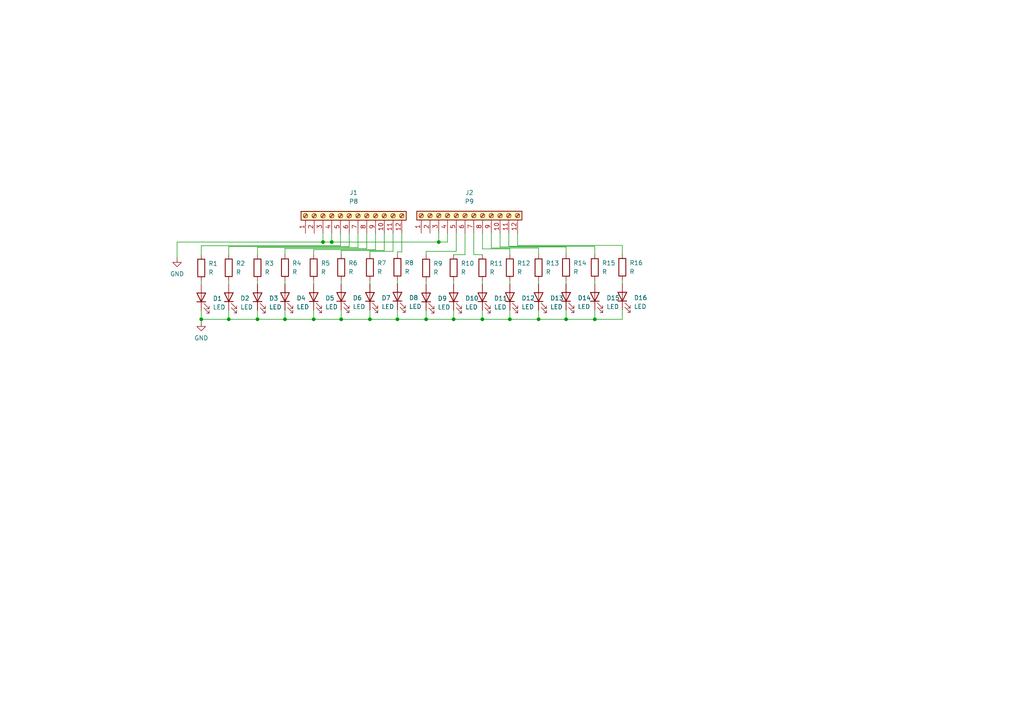
<source format=kicad_sch>
(kicad_sch (version 20211123) (generator eeschema)
  (paper "A4")
  (lib_symbols
    (symbol "Connector:Screw_Terminal_01x12" (pin_names (offset 1.016) hide)
      (property "Reference" "J" (at 0 15.24 0))
      (property "Value" "Screw_Terminal_01x12" (at 0 -17.78 0))
      (symbol "Screw_Terminal_01x12_1_1"
        (rectangle (start -1.27 13.97) (end 1.27 -16.51) (stroke (width 0.254)) (fill (type background)))
        (circle (center 0 -15.24) (radius 0.635) (stroke (width 0.1524)))
        (circle (center 0 -12.7) (radius 0.635) (stroke (width 0.1524)))
        (circle (center 0 -10.16) (radius 0.635) (stroke (width 0.1524)))
        (circle (center 0 -7.62) (radius 0.635) (stroke (width 0.1524)))
        (circle (center 0 -5.08) (radius 0.635) (stroke (width 0.1524)))
        (circle (center 0 -2.54) (radius 0.635) (stroke (width 0.1524)))
        (polyline (pts (xy -0.5334 -14.9098) (xy 0.3302 -15.748)) (stroke (width 0.1524)))
        (polyline (pts (xy -0.5334 -12.3698) (xy 0.3302 -13.208)) (stroke (width 0.1524)))
        (polyline (pts (xy -0.5334 -9.8298) (xy 0.3302 -10.668)) (stroke (width 0.1524)))
        (polyline (pts (xy -0.5334 -7.2898) (xy 0.3302 -8.128)) (stroke (width 0.1524)))
        (polyline (pts (xy -0.5334 -4.7498) (xy 0.3302 -5.588)) (stroke (width 0.1524)))
        (polyline (pts (xy -0.5334 -2.2098) (xy 0.3302 -3.048)) (stroke (width 0.1524)))
        (polyline (pts (xy -0.5334 0.3302) (xy 0.3302 -0.508)) (stroke (width 0.1524)))
        (polyline (pts (xy -0.5334 2.8702) (xy 0.3302 2.032)) (stroke (width 0.1524)))
        (polyline (pts (xy -0.5334 5.4102) (xy 0.3302 4.572)) (stroke (width 0.1524)))
        (polyline (pts (xy -0.5334 7.9502) (xy 0.3302 7.112)) (stroke (width 0.1524)))
        (polyline (pts (xy -0.5334 10.4902) (xy 0.3302 9.652)) (stroke (width 0.1524)))
        (polyline (pts (xy -0.5334 13.0302) (xy 0.3302 12.192)) (stroke (width 0.1524)))
        (polyline (pts (xy -0.3556 -14.732) (xy 0.508 -15.5702)) (stroke (width 0.1524)))
        (polyline (pts (xy -0.3556 -12.192) (xy 0.508 -13.0302)) (stroke (width 0.1524)))
        (polyline (pts (xy -0.3556 -9.652) (xy 0.508 -10.4902)) (stroke (width 0.1524)))
        (polyline (pts (xy -0.3556 -7.112) (xy 0.508 -7.9502)) (stroke (width 0.1524)))
        (polyline (pts (xy -0.3556 -4.572) (xy 0.508 -5.4102)) (stroke (width 0.1524)))
        (polyline (pts (xy -0.3556 -2.032) (xy 0.508 -2.8702)) (stroke (width 0.1524)))
        (polyline (pts (xy -0.3556 0.508) (xy 0.508 -0.3302)) (stroke (width 0.1524)))
        (polyline (pts (xy -0.3556 3.048) (xy 0.508 2.2098)) (stroke (width 0.1524)))
        (polyline (pts (xy -0.3556 5.588) (xy 0.508 4.7498)) (stroke (width 0.1524)))
        (polyline (pts (xy -0.3556 8.128) (xy 0.508 7.2898)) (stroke (width 0.1524)))
        (polyline (pts (xy -0.3556 10.668) (xy 0.508 9.8298)) (stroke (width 0.1524)))
        (polyline (pts (xy -0.3556 13.208) (xy 0.508 12.3698)) (stroke (width 0.1524)))
        (circle (center 0 0) (radius 0.635) (stroke (width 0.1524)))
        (circle (center 0 2.54) (radius 0.635) (stroke (width 0.1524)))
        (circle (center 0 5.08) (radius 0.635) (stroke (width 0.1524)))
        (circle (center 0 7.62) (radius 0.635) (stroke (width 0.1524)))
        (circle (center 0 10.16) (radius 0.635) (stroke (width 0.1524)))
        (circle (center 0 12.7) (radius 0.635) (stroke (width 0.1524)))
        (pin passive line (at -5.08 12.7 0) (length 3.81) (name "Pin_1") (number "1"))
        (pin passive line (at -5.08 -10.16 0) (length 3.81) (name "Pin_10") (number "10"))
        (pin passive line (at -5.08 -12.7 0) (length 3.81) (name "Pin_11") (number "11"))
        (pin passive line (at -5.08 -15.24 0) (length 3.81) (name "Pin_12") (number "12"))
        (pin passive line (at -5.08 10.16 0) (length 3.81) (name "Pin_2") (number "2"))
        (pin passive line (at -5.08 7.62 0) (length 3.81) (name "Pin_3") (number "3"))
        (pin passive line (at -5.08 5.08 0) (length 3.81) (name "Pin_4") (number "4"))
        (pin passive line (at -5.08 2.54 0) (length 3.81) (name "Pin_5") (number "5"))
        (pin passive line (at -5.08 0 0) (length 3.81) (name "Pin_6") (number "6"))
        (pin passive line (at -5.08 -2.54 0) (length 3.81) (name "Pin_7") (number "7"))
        (pin passive line (at -5.08 -5.08 0) (length 3.81) (name "Pin_8") (number "8"))
        (pin passive line (at -5.08 -7.62 0) (length 3.81) (name "Pin_9") (number "9"))
      )
    )
    (symbol "Device:LED" (pin_numbers hide) (pin_names (offset 1.016) hide)
      (property "Reference" "D" (at 0 2.54 0))
      (property "Value" "LED" (at 0 -2.54 0))
      (symbol "LED_0_1"
        (polyline (pts (xy -1.27 -1.27) (xy -1.27 1.27)) (stroke (width 0.254)))
        (polyline (pts (xy -1.27 0) (xy 1.27 0)))
        (polyline (pts (xy 1.27 -1.27) (xy 1.27 1.27) (xy -1.27 0) (xy 1.27 -1.27)) (stroke (width 0.254)))
        (polyline (pts (xy -3.048 -0.762) (xy -4.572 -2.286) (xy -3.81 -2.286) (xy -4.572 -2.286) (xy -4.572 -1.524)))
        (polyline (pts (xy -1.778 -0.762) (xy -3.302 -2.286) (xy -2.54 -2.286) (xy -3.302 -2.286) (xy -3.302 -1.524)))
      )
      (symbol "LED_1_1"
        (pin passive line (at -3.81 0 0) (length 2.54) (name "K") (number "1"))
        (pin passive line (at 3.81 0 180) (length 2.54) (name "A") (number "2"))
      )
    )
    (symbol "Device:R" (pin_numbers hide) (pin_names (offset 0))
      (property "Reference" "R" (at 2.032 0 90))
      (property "Value" "R" (at 0 0 90))
      (symbol "R_0_1"
        (rectangle (start -1.016 -2.54) (end 1.016 2.54) (stroke (width 0.254)))
      )
      (symbol "R_1_1"
        (pin passive line (at 0 3.81 270) (length 1.27) (name "~") (number "1"))
        (pin passive line (at 0 -3.81 90) (length 1.27) (name "~") (number "2"))
      )
    )
    (symbol "power:GND" (power) (pin_names (offset 0))
      (property "Value" "GND" (at 0 -3.81 0))
      (symbol "GND_0_1"
        (polyline (pts (xy 0 0) (xy 0 -1.27) (xy 1.27 -1.27) (xy 0 -2.54) (xy -1.27 -1.27) (xy 0 -1.27)))
      )
      (symbol "GND_1_1"
        (pin power_in line (at 0 0 270) (length 0) hide (name "GND") (number "1"))
      )
    )
  )
  (junction (at 74.676 92.6084))
  (junction (at 82.6516 92.6084))
  (junction (at 115.2652 92.6084))
  (junction (at 131.572 92.6084))
  (junction (at 107.2896 92.6084))
  (junction (at 58.3692 92.6084))
  (junction (at 156.21 92.6084))
  (junction (at 90.9828 92.6084))
  (junction (at 139.9032 92.6084))
  (junction (at 98.9584 92.6084))
  (junction (at 147.8788 92.6084))
  (junction (at 93.6752 70.2056))
  (junction (at 164.1856 92.6084))
  (junction (at 66.3448 92.6084))
  (junction (at 96.2152 70.2056))
  (junction (at 127.254 70.2056))
  (junction (at 172.5168 92.6084))
  (junction (at 123.5964 92.6084))
  (wire (pts (xy 137.414 67.6148) (xy 137.414 73.8632)))
  (wire (pts (xy 98.9584 89.916) (xy 98.9584 92.6084)))
  (wire (pts (xy 113.9952 72.898) (xy 107.2896 72.898)))
  (wire (pts (xy 172.5168 89.916) (xy 172.5168 92.6084)))
  (wire (pts (xy 172.5168 81.3816) (xy 172.5168 82.296)))
  (wire (pts (xy 147.8788 92.6084) (xy 139.9032 92.6084)))
  (wire (pts (xy 164.1856 71.628) (xy 164.1856 73.7616)))
  (wire (pts (xy 115.2652 92.6084) (xy 107.2896 92.6084)))
  (wire (pts (xy 180.4924 71.1708) (xy 180.4924 73.7108)))
  (wire (pts (xy 142.494 67.6148) (xy 142.494 71.9328)))
  (wire (pts (xy 82.6516 89.9668) (xy 82.6516 92.6084)))
  (wire (pts (xy 139.954 72.1868) (xy 147.8788 72.1868)))
  (wire (pts (xy 164.1856 92.6084) (xy 156.21 92.6084)))
  (wire (pts (xy 180.4924 92.6084) (xy 172.5168 92.6084)))
  (wire (pts (xy 98.7552 71.2724) (xy 58.3692 71.2724)))
  (wire (pts (xy 147.8788 81.4324) (xy 147.8788 82.3468)))
  (wire (pts (xy 66.3448 92.6084) (xy 58.3692 92.6084)))
  (wire (pts (xy 74.676 92.6084) (xy 66.3448 92.6084)))
  (wire (pts (xy 51.3588 70.2056) (xy 93.6752 70.2056)))
  (wire (pts (xy 103.8352 67.6656) (xy 103.8352 71.7804)))
  (wire (pts (xy 147.8788 72.1868) (xy 147.8788 73.8124)))
  (wire (pts (xy 132.334 72.898) (xy 123.5964 72.898)))
  (wire (pts (xy 58.3692 71.2724) (xy 58.3692 73.914)))
  (wire (pts (xy 156.21 81.4324) (xy 156.21 82.3468)))
  (wire (pts (xy 98.9584 92.6084) (xy 90.9828 92.6084)))
  (wire (pts (xy 139.9032 92.6084) (xy 131.572 92.6084)))
  (wire (pts (xy 139.9032 81.4832) (xy 139.9032 82.3976)))
  (wire (pts (xy 131.572 92.6084) (xy 123.5964 92.6084)))
  (wire (pts (xy 93.6752 70.2056) (xy 96.2152 70.2056)))
  (wire (pts (xy 107.2896 81.3816) (xy 107.2896 82.296)))
  (wire (pts (xy 139.9032 90.0176) (xy 139.9032 92.6084)))
  (wire (pts (xy 116.5352 73.0504) (xy 115.2652 73.0504)))
  (wire (pts (xy 156.21 92.6084) (xy 147.8788 92.6084)))
  (wire (pts (xy 123.5964 72.898) (xy 123.5964 73.914)))
  (wire (pts (xy 58.3692 90.0684) (xy 58.3692 92.6084)))
  (wire (pts (xy 115.2652 81.3308) (xy 115.2652 82.2452)))
  (wire (pts (xy 93.6752 67.6656) (xy 93.6752 70.2056)))
  (wire (pts (xy 127.254 70.2056) (xy 96.2152 70.2056)))
  (wire (pts (xy 106.3752 67.6656) (xy 106.3752 72.0852)))
  (wire (pts (xy 90.9828 72.39) (xy 90.9828 73.8124)))
  (wire (pts (xy 123.5964 90.0684) (xy 123.5964 92.6084)))
  (wire (pts (xy 107.2896 92.6084) (xy 98.9584 92.6084)))
  (wire (pts (xy 106.3752 72.0852) (xy 82.6516 72.0852)))
  (wire (pts (xy 142.494 71.9328) (xy 156.21 71.9328)))
  (wire (pts (xy 132.334 67.6148) (xy 132.334 72.898)))
  (wire (pts (xy 131.572 90.0176) (xy 131.572 92.6084)))
  (wire (pts (xy 101.2952 71.5264) (xy 66.3448 71.5264)))
  (wire (pts (xy 74.676 81.4832) (xy 74.676 82.3976)))
  (wire (pts (xy 172.5168 92.6084) (xy 164.1856 92.6084)))
  (wire (pts (xy 131.572 81.4832) (xy 131.572 82.3976)))
  (wire (pts (xy 115.2652 73.0504) (xy 115.2652 73.7108)))
  (wire (pts (xy 180.4924 81.3308) (xy 180.4924 82.2452)))
  (wire (pts (xy 66.3448 90.0176) (xy 66.3448 92.6084)))
  (wire (pts (xy 96.2152 70.2056) (xy 96.2152 67.6656)))
  (wire (pts (xy 58.3692 81.534) (xy 58.3692 82.4484)))
  (wire (pts (xy 66.3448 81.4832) (xy 66.3448 82.3976)))
  (wire (pts (xy 98.7552 67.6656) (xy 98.7552 71.2724)))
  (wire (pts (xy 129.794 70.2056) (xy 127.254 70.2056)))
  (wire (pts (xy 51.3588 74.8284) (xy 51.3588 70.2056)))
  (wire (pts (xy 123.5964 81.534) (xy 123.5964 82.4484)))
  (wire (pts (xy 90.9828 89.9668) (xy 90.9828 92.6084)))
  (wire (pts (xy 98.9584 81.3816) (xy 98.9584 82.296)))
  (wire (pts (xy 147.574 67.6148) (xy 147.574 71.4248)))
  (wire (pts (xy 180.4924 89.8652) (xy 180.4924 92.6084)))
  (wire (pts (xy 134.874 73.8632) (xy 131.572 73.8632)))
  (wire (pts (xy 123.5964 92.6084) (xy 115.2652 92.6084)))
  (wire (pts (xy 58.3692 92.6084) (xy 58.3692 93.4212)))
  (wire (pts (xy 156.21 71.9328) (xy 156.21 73.8124)))
  (wire (pts (xy 108.9152 72.39) (xy 90.9828 72.39)))
  (wire (pts (xy 147.574 71.4248) (xy 172.5168 71.4248)))
  (wire (pts (xy 115.2652 89.8652) (xy 115.2652 92.6084)))
  (wire (pts (xy 150.114 67.6148) (xy 150.114 71.1708)))
  (wire (pts (xy 107.2896 72.898) (xy 107.2896 73.7616)))
  (wire (pts (xy 90.9828 81.4324) (xy 90.9828 82.3468)))
  (wire (pts (xy 107.2896 89.916) (xy 107.2896 92.6084)))
  (wire (pts (xy 172.5168 71.4248) (xy 172.5168 73.7616)))
  (wire (pts (xy 147.8788 89.9668) (xy 147.8788 92.6084)))
  (wire (pts (xy 127.254 67.6148) (xy 127.254 70.2056)))
  (wire (pts (xy 150.114 71.1708) (xy 180.4924 71.1708)))
  (wire (pts (xy 134.874 67.6148) (xy 134.874 73.8632)))
  (wire (pts (xy 111.4552 72.644) (xy 98.9584 72.644)))
  (wire (pts (xy 66.3448 71.5264) (xy 66.3448 73.8632)))
  (wire (pts (xy 82.6516 81.4324) (xy 82.6516 82.3468)))
  (wire (pts (xy 111.4552 67.6656) (xy 111.4552 72.644)))
  (wire (pts (xy 116.5352 67.6656) (xy 116.5352 73.0504)))
  (wire (pts (xy 108.9152 67.6656) (xy 108.9152 72.39)))
  (wire (pts (xy 74.676 90.0176) (xy 74.676 92.6084)))
  (wire (pts (xy 82.6516 92.6084) (xy 74.676 92.6084)))
  (wire (pts (xy 90.9828 92.6084) (xy 82.6516 92.6084)))
  (wire (pts (xy 103.8352 71.7804) (xy 74.676 71.7804)))
  (wire (pts (xy 156.21 89.9668) (xy 156.21 92.6084)))
  (wire (pts (xy 101.2952 67.6656) (xy 101.2952 71.5264)))
  (wire (pts (xy 74.676 71.7804) (xy 74.676 73.8632)))
  (wire (pts (xy 98.9584 72.644) (xy 98.9584 73.7616)))
  (wire (pts (xy 129.794 67.6148) (xy 129.794 70.2056)))
  (wire (pts (xy 137.414 73.8632) (xy 139.9032 73.8632)))
  (wire (pts (xy 164.1856 81.3816) (xy 164.1856 82.296)))
  (wire (pts (xy 145.034 67.6148) (xy 145.034 71.628)))
  (wire (pts (xy 139.954 67.6148) (xy 139.954 72.1868)))
  (wire (pts (xy 82.6516 72.0852) (xy 82.6516 73.8124)))
  (wire (pts (xy 113.9952 67.6656) (xy 113.9952 72.898)))
  (wire (pts (xy 145.034 71.628) (xy 164.1856 71.628)))
  (wire (pts (xy 164.1856 89.916) (xy 164.1856 92.6084)))
  (symbol (lib_id "Device:LED") (at 164.1856 86.106 90) (unit 1)
    (property "Reference" "D14" (at 167.5384 86.4234 90) (effects (justify right)))
    (property "Value" "LED" (at 167.5384 88.9634 90) (effects (justify right)))
    (property "Footprint" "LED_THT:LED_D5.0mm" (effects hide))
  )
  (symbol (lib_id "Device:LED") (at 131.572 86.2076 90) (unit 1)
    (property "Reference" "D10" (at 134.9248 86.525 90) (effects (justify right)))
    (property "Value" "LED" (at 134.9248 89.065 90) (effects (justify right)))
    (property "Footprint" "LED_THT:LED_D5.0mm" (effects hide))
  )
  (symbol (lib_id "Connector:Screw_Terminal_01x12") (at 101.2952 62.5856 90) (unit 1)
    (property "Reference" "J1" (at 102.5652 55.88 90))
    (property "Value" "P8" (at 102.5652 58.42 90))
    (property "Footprint" "Connector_PinHeader_2.54mm:PinHeader_2x06_P2.54mm_Horizontal" (effects hide))
  )
  (symbol (lib_id "Device:LED") (at 147.8788 86.1568 90) (unit 1)
    (property "Reference" "D12" (at 151.2316 86.4742 90) (effects (justify right)))
    (property "Value" "LED" (at 151.2316 89.0142 90) (effects (justify right)))
    (property "Footprint" "LED_THT:LED_D5.0mm" (effects hide))
  )
  (symbol (lib_id "Device:R") (at 66.3448 77.6732 0) (unit 1)
    (property "Reference" "R2" (at 68.4276 76.4031 0) (effects (justify left)))
    (property "Value" "R" (at 68.4276 78.9431 0) (effects (justify left)))
    (property "Footprint" "Resistor_THT:R_Axial_DIN0207_L6.3mm_D2.5mm_P10.16mm_Horizontal" (effects hide))
  )
  (symbol (lib_id "power:GND") (at 51.3588 74.8284 0) (unit 1)
    (property "Reference" "#PWR0101" (effects hide))
    (property "Value" "GND" (at 51.3588 79.4512 0))
  )
  (symbol (lib_id "Device:LED") (at 172.5168 86.106 90) (unit 1)
    (property "Reference" "D15" (at 175.8696 86.4234 90) (effects (justify right)))
    (property "Value" "LED" (at 175.8696 88.9634 90) (effects (justify right)))
    (property "Footprint" "LED_THT:LED_D5.0mm" (effects hide))
  )
  (symbol (lib_id "Device:R") (at 139.9032 77.6732 0) (unit 1)
    (property "Reference" "R11" (at 141.986 76.4031 0) (effects (justify left)))
    (property "Value" "R" (at 141.986 78.9431 0) (effects (justify left)))
    (property "Footprint" "Resistor_THT:R_Axial_DIN0207_L6.3mm_D2.5mm_P10.16mm_Horizontal" (effects hide))
  )
  (symbol (lib_id "Device:LED") (at 58.3692 86.2584 90) (unit 1)
    (property "Reference" "D1" (at 61.722 86.5758 90) (effects (justify right)))
    (property "Value" "LED" (at 61.722 89.1158 90) (effects (justify right)))
    (property "Footprint" "LED_THT:LED_D5.0mm" (effects hide))
  )
  (symbol (lib_id "Device:R") (at 90.9828 77.6224 0) (unit 1)
    (property "Reference" "R5" (at 93.0656 76.3523 0) (effects (justify left)))
    (property "Value" "R" (at 93.0656 78.8923 0) (effects (justify left)))
    (property "Footprint" "Resistor_THT:R_Axial_DIN0207_L6.3mm_D2.5mm_P10.16mm_Horizontal" (effects hide))
  )
  (symbol (lib_id "Device:LED") (at 66.3448 86.2076 90) (unit 1)
    (property "Reference" "D2" (at 69.6976 86.525 90) (effects (justify right)))
    (property "Value" "LED" (at 69.6976 89.065 90) (effects (justify right)))
    (property "Footprint" "LED_THT:LED_D5.0mm" (effects hide))
  )
  (symbol (lib_id "Device:R") (at 107.2896 77.5716 0) (unit 1)
    (property "Reference" "R7" (at 109.3724 76.3015 0) (effects (justify left)))
    (property "Value" "R" (at 109.3724 78.8415 0) (effects (justify left)))
    (property "Footprint" "Resistor_THT:R_Axial_DIN0207_L6.3mm_D2.5mm_P10.16mm_Horizontal" (effects hide))
  )
  (symbol (lib_id "Device:LED") (at 82.6516 86.1568 90) (unit 1)
    (property "Reference" "D4" (at 86.0044 86.4742 90) (effects (justify right)))
    (property "Value" "LED" (at 86.0044 89.0142 90) (effects (justify right)))
    (property "Footprint" "LED_THT:LED_D5.0mm" (effects hide))
  )
  (symbol (lib_id "Device:R") (at 156.21 77.6224 0) (unit 1)
    (property "Reference" "R13" (at 158.2928 76.3523 0) (effects (justify left)))
    (property "Value" "R" (at 158.2928 78.8923 0) (effects (justify left)))
    (property "Footprint" "Resistor_THT:R_Axial_DIN0207_L6.3mm_D2.5mm_P10.16mm_Horizontal" (effects hide))
  )
  (symbol (lib_id "Connector:Screw_Terminal_01x12") (at 134.874 62.5348 90) (unit 1)
    (property "Reference" "J2" (at 136.144 55.88 90))
    (property "Value" "P9" (at 136.144 58.42 90))
    (property "Footprint" "Connector_PinHeader_2.54mm:PinHeader_2x06_P2.54mm_Horizontal" (effects hide))
  )
  (symbol (lib_id "Device:LED") (at 139.9032 86.2076 90) (unit 1)
    (property "Reference" "D11" (at 143.256 86.525 90) (effects (justify right)))
    (property "Value" "LED" (at 143.256 89.065 90) (effects (justify right)))
    (property "Footprint" "LED_THT:LED_D5.0mm" (effects hide))
  )
  (symbol (lib_id "Device:R") (at 82.6516 77.6224 0) (unit 1)
    (property "Reference" "R4" (at 84.7344 76.3523 0) (effects (justify left)))
    (property "Value" "R" (at 84.7344 78.8923 0) (effects (justify left)))
    (property "Footprint" "Resistor_THT:R_Axial_DIN0207_L6.3mm_D2.5mm_P10.16mm_Horizontal" (effects hide))
  )
  (symbol (lib_id "Device:LED") (at 98.9584 86.106 90) (unit 1)
    (property "Reference" "D6" (at 102.3112 86.4234 90) (effects (justify right)))
    (property "Value" "LED" (at 102.3112 88.9634 90) (effects (justify right)))
    (property "Footprint" "LED_THT:LED_D5.0mm" (effects hide))
  )
  (symbol (lib_id "Device:R") (at 172.5168 77.5716 0) (unit 1)
    (property "Reference" "R15" (at 174.5996 76.3015 0) (effects (justify left)))
    (property "Value" "R" (at 174.5996 78.8415 0) (effects (justify left)))
    (property "Footprint" "Resistor_THT:R_Axial_DIN0207_L6.3mm_D2.5mm_P10.16mm_Horizontal" (effects hide))
  )
  (symbol (lib_id "Device:R") (at 131.572 77.6732 0) (unit 1)
    (property "Reference" "R10" (at 133.6548 76.4031 0) (effects (justify left)))
    (property "Value" "R" (at 133.6548 78.9431 0) (effects (justify left)))
    (property "Footprint" "Resistor_THT:R_Axial_DIN0207_L6.3mm_D2.5mm_P10.16mm_Horizontal" (effects hide))
  )
  (symbol (lib_id "Device:LED") (at 123.5964 86.2584 90) (unit 1)
    (property "Reference" "D9" (at 126.9492 86.5758 90) (effects (justify right)))
    (property "Value" "LED" (at 126.9492 89.1158 90) (effects (justify right)))
    (property "Footprint" "LED_THT:LED_D5.0mm" (effects hide))
  )
  (symbol (lib_id "Device:LED") (at 74.676 86.2076 90) (unit 1)
    (property "Reference" "D3" (at 78.0288 86.525 90) (effects (justify right)))
    (property "Value" "LED" (at 78.0288 89.065 90) (effects (justify right)))
    (property "Footprint" "LED_THT:LED_D5.0mm" (effects hide))
  )
  (symbol (lib_id "Device:LED") (at 180.4924 86.0552 90) (unit 1)
    (property "Reference" "D16" (at 183.8452 86.3726 90) (effects (justify right)))
    (property "Value" "LED" (at 183.8452 88.9126 90) (effects (justify right)))
    (property "Footprint" "LED_THT:LED_D5.0mm" (effects hide))
  )
  (symbol (lib_id "power:GND") (at 58.3692 93.4212 0) (unit 1)
    (property "Reference" "#PWR0102" (effects hide))
    (property "Value" "GND" (at 58.3692 98.044 0))
  )
  (symbol (lib_id "Device:R") (at 147.8788 77.6224 0) (unit 1)
    (property "Reference" "R12" (at 149.9616 76.3523 0) (effects (justify left)))
    (property "Value" "R" (at 149.9616 78.8923 0) (effects (justify left)))
    (property "Footprint" "Resistor_THT:R_Axial_DIN0207_L6.3mm_D2.5mm_P10.16mm_Horizontal" (effects hide))
  )
  (symbol (lib_id "Device:R") (at 74.676 77.6732 0) (unit 1)
    (property "Reference" "R3" (at 76.7588 76.4031 0) (effects (justify left)))
    (property "Value" "R" (at 76.7588 78.9431 0) (effects (justify left)))
    (property "Footprint" "Resistor_THT:R_Axial_DIN0207_L6.3mm_D2.5mm_P10.16mm_Horizontal" (effects hide))
  )
  (symbol (lib_id "Device:LED") (at 90.9828 86.1568 90) (unit 1)
    (property "Reference" "D5" (at 94.3356 86.4742 90) (effects (justify right)))
    (property "Value" "LED" (at 94.3356 89.0142 90) (effects (justify right)))
    (property "Footprint" "LED_THT:LED_D5.0mm" (effects hide))
  )
  (symbol (lib_id "Device:R") (at 123.5964 77.724 0) (unit 1)
    (property "Reference" "R9" (at 125.6792 76.4539 0) (effects (justify left)))
    (property "Value" "R" (at 125.6792 78.9939 0) (effects (justify left)))
    (property "Footprint" "Resistor_THT:R_Axial_DIN0207_L6.3mm_D2.5mm_P10.16mm_Horizontal" (effects hide))
  )
  (symbol (lib_id "Device:R") (at 115.2652 77.5208 0) (unit 1)
    (property "Reference" "R8" (at 117.348 76.2507 0) (effects (justify left)))
    (property "Value" "R" (at 117.348 78.7907 0) (effects (justify left)))
    (property "Footprint" "Resistor_THT:R_Axial_DIN0207_L6.3mm_D2.5mm_P10.16mm_Horizontal" (effects hide))
  )
  (symbol (lib_id "Device:R") (at 58.3692 77.724 0) (unit 1)
    (property "Reference" "R1" (at 60.452 76.4539 0) (effects (justify left)))
    (property "Value" "R" (at 60.452 78.9939 0) (effects (justify left)))
    (property "Footprint" "Resistor_THT:R_Axial_DIN0207_L6.3mm_D2.5mm_P10.16mm_Horizontal" (effects hide))
  )
  (symbol (lib_id "Device:LED") (at 107.2896 86.106 90) (unit 1)
    (property "Reference" "D7" (at 110.6424 86.4234 90) (effects (justify right)))
    (property "Value" "LED" (at 110.6424 88.9634 90) (effects (justify right)))
    (property "Footprint" "LED_THT:LED_D5.0mm" (effects hide))
  )
  (symbol (lib_id "Device:LED") (at 156.21 86.1568 90) (unit 1)
    (property "Reference" "D13" (at 159.5628 86.4742 90) (effects (justify right)))
    (property "Value" "LED" (at 159.5628 89.0142 90) (effects (justify right)))
    (property "Footprint" "LED_THT:LED_D5.0mm" (effects hide))
  )
  (symbol (lib_id "Device:R") (at 180.4924 77.5208 0) (unit 1)
    (property "Reference" "R16" (at 182.5752 76.2507 0) (effects (justify left)))
    (property "Value" "R" (at 182.5752 78.7907 0) (effects (justify left)))
    (property "Footprint" "Resistor_THT:R_Axial_DIN0207_L6.3mm_D2.5mm_P10.16mm_Horizontal" (effects hide))
  )
  (symbol (lib_id "Device:LED") (at 115.2652 86.0552 90) (unit 1)
    (property "Reference" "D8" (at 118.618 86.3726 90) (effects (justify right)))
    (property "Value" "LED" (at 118.618 88.9126 90) (effects (justify right)))
    (property "Footprint" "LED_THT:LED_D5.0mm" (effects hide))
  )
  (symbol (lib_id "Device:R") (at 164.1856 77.5716 0) (unit 1)
    (property "Reference" "R14" (at 166.2684 76.3015 0) (effects (justify left)))
    (property "Value" "R" (at 166.2684 78.8415 0) (effects (justify left)))
    (property "Footprint" "Resistor_THT:R_Axial_DIN0207_L6.3mm_D2.5mm_P10.16mm_Horizontal" (effects hide))
  )
  (symbol (lib_id "Device:R") (at 98.9584 77.5716 0) (unit 1)
    (property "Reference" "R6" (at 101.0412 76.3015 0) (effects (justify left)))
    (property "Value" "R" (at 101.0412 78.8415 0) (effects (justify left)))
    (property "Footprint" "Resistor_THT:R_Axial_DIN0207_L6.3mm_D2.5mm_P10.16mm_Horizontal" (effects hide))
  )
)
</source>
